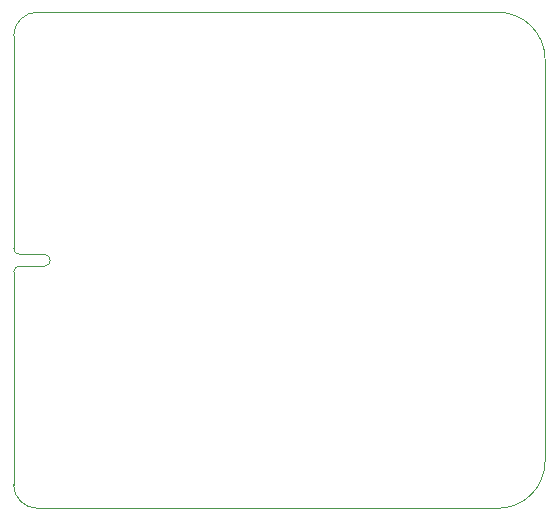
<source format=gm1>
%TF.GenerationSoftware,KiCad,Pcbnew,5.1.8*%
%TF.CreationDate,2020-11-29T17:04:24-06:00*%
%TF.ProjectId,ePenguin-Debug,6550656e-6775-4696-9e2d-44656275672e,rev?*%
%TF.SameCoordinates,Original*%
%TF.FileFunction,Profile,NP*%
%FSLAX46Y46*%
G04 Gerber Fmt 4.6, Leading zero omitted, Abs format (unit mm)*
G04 Created by KiCad (PCBNEW 5.1.8) date 2020-11-29 17:04:24*
%MOMM*%
%LPD*%
G01*
G04 APERTURE LIST*
%TA.AperFunction,Profile*%
%ADD10C,0.050000*%
%TD*%
G04 APERTURE END LIST*
D10*
X103000000Y-90000000D02*
G75*
G02*
X101000000Y-88000000I0J2000000D01*
G01*
X101000000Y-50000000D02*
G75*
G02*
X103000000Y-48000000I2000000J0D01*
G01*
X146000000Y-86000000D02*
G75*
G02*
X142000000Y-90000000I-4000000J0D01*
G01*
X142000000Y-48000000D02*
G75*
G02*
X146000000Y-52000000I0J-4000000D01*
G01*
X142000000Y-48000000D02*
X103000000Y-48000000D01*
X146000000Y-86000000D02*
X146000000Y-52000000D01*
X101000000Y-88000000D02*
X101000000Y-73000000D01*
X142000000Y-90000000D02*
X103000000Y-90000000D01*
X101000000Y-63000000D02*
X101000000Y-50000000D01*
%TO.C,J1*%
X101000000Y-68000000D02*
X101000000Y-63000000D01*
X101000000Y-73000000D02*
X101000000Y-70000000D01*
X103600000Y-68500000D02*
X101500000Y-68500000D01*
X101500000Y-69500000D02*
X103600000Y-69500000D01*
X103600000Y-68500000D02*
G75*
G02*
X103600000Y-69500000I0J-500000D01*
G01*
X101000000Y-70000000D02*
G75*
G02*
X101500000Y-69500000I500000J0D01*
G01*
X101500000Y-68500000D02*
G75*
G02*
X101000000Y-68000000I0J500000D01*
G01*
%TD*%
M02*

</source>
